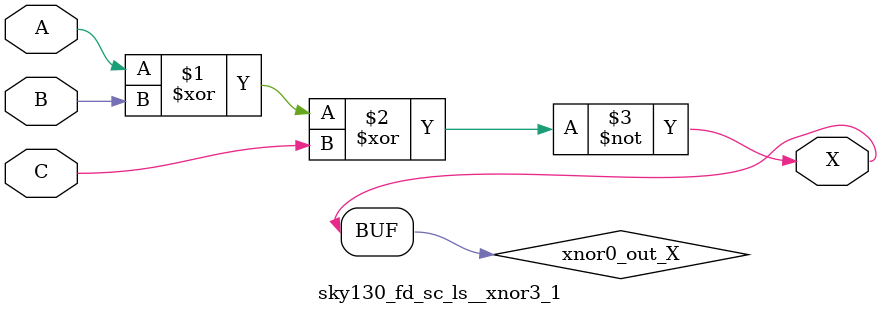
<source format=v>
/*
 * Copyright 2020 The SkyWater PDK Authors
 *
 * Licensed under the Apache License, Version 2.0 (the "License");
 * you may not use this file except in compliance with the License.
 * You may obtain a copy of the License at
 *
 *     https://www.apache.org/licenses/LICENSE-2.0
 *
 * Unless required by applicable law or agreed to in writing, software
 * distributed under the License is distributed on an "AS IS" BASIS,
 * WITHOUT WARRANTIES OR CONDITIONS OF ANY KIND, either express or implied.
 * See the License for the specific language governing permissions and
 * limitations under the License.
 *
 * SPDX-License-Identifier: Apache-2.0
*/


`ifndef SKY130_FD_SC_LS__XNOR3_1_FUNCTIONAL_V
`define SKY130_FD_SC_LS__XNOR3_1_FUNCTIONAL_V

/**
 * xnor3: 3-input exclusive NOR.
 *
 * Verilog simulation functional model.
 */

`timescale 1ns / 1ps
`default_nettype none

`celldefine
module sky130_fd_sc_ls__xnor3_1 (
    X,
    A,
    B,
    C
);

    // Module ports
    output X;
    input  A;
    input  B;
    input  C;

    // Local signals
    wire xnor0_out_X;

    //   Name   Output       Other arguments
    xnor xnor0 (xnor0_out_X, A, B, C        );
    buf  buf0  (X          , xnor0_out_X    );

endmodule
`endcelldefine

`default_nettype wire
`endif  // SKY130_FD_SC_LS__XNOR3_1_FUNCTIONAL_V

</source>
